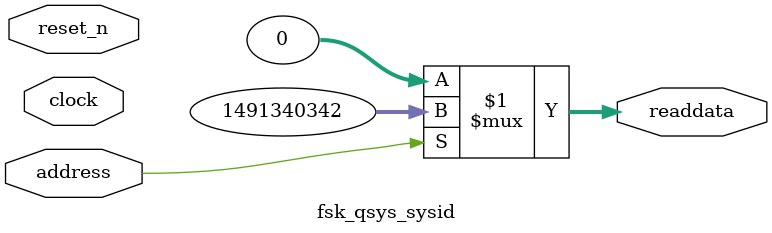
<source format=v>

`timescale 1ns / 1ps
// synthesis translate_on

// turn off superfluous verilog processor warnings 
// altera message_level Level1 
// altera message_off 10034 10035 10036 10037 10230 10240 10030 

module fsk_qsys_sysid (
               // inputs:
                address,
                clock,
                reset_n,

               // outputs:
                readdata
             )
;

  output  [ 31: 0] readdata;
  input            address;
  input            clock;
  input            reset_n;

  wire    [ 31: 0] readdata;
  //control_slave, which is an e_avalon_slave
  assign readdata = address ? 1491340342 : 0;

endmodule




</source>
